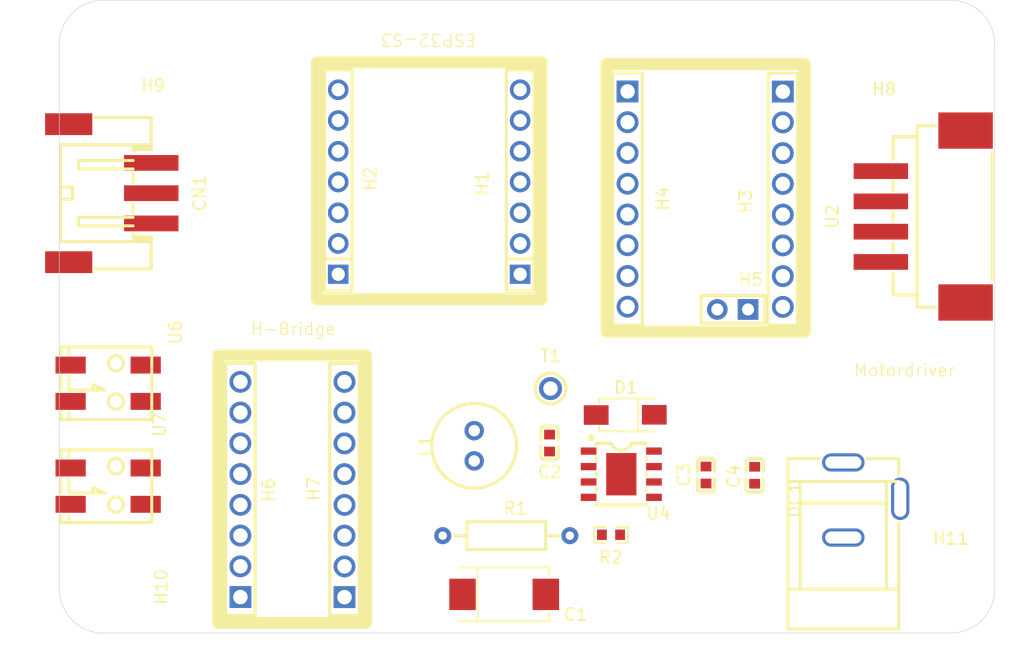
<source format=kicad_pcb>
(kicad_pcb (version 20240108) (generator "pcbnew") (generator_version "8.0")
  (layers (0 "F.Cu" signal) (31 "B.Cu" signal) (34 "B.Paste" user) (35 "F.Paste" user) (36 "B.SilkS" user "B.Silkscreen") (37 "F.SilkS" user "F.Silkscreen") (38 "B.Mask" user) (39 "F.Mask" user) (44 "Edge.Cuts" user))
  (net 0 "")
  (net 1 "GND")
  (net 2 "+30V")
  (net 3 "+5V")
  (net 4 "Net-(CN1-Pad4)")
  (net 5 "/ESP32S3")
  (net 6 "/Header OUT4")
  (net 7 "/Header OUT3")
  (net 8 "/ENA")
  (net 9 "/Header")
  (net 10 "/IN1")
  (net 11 "/Trigger")
  (net 12 "/STEP")
  (net 13 "/DIR")
  (net 14 "/DIAG")
  (net 15 "/ESP1")
  (net 16 "/5ESP")
  (net 17 "/6ESP")
  (net 22 "Net-(H3-Pad4)")
  (net 23 "Net-(H3-Pad3)")
  (net 24 "Net-(H3-Pad5)")
  (net 25 "Net-(H3-Pad6)")
  (net 41 "Net-(R1-Pad2)")
  (net 42 "Net-(U2-Pad5)")
  (net 45 "/Signal")
  (net 46 "/Boot")
  (footprint "Power Inductor:IND-TH_BD7.0-P2.50-D0.7" (layer "F.Cu") (at 100.635 98.265 90)
    (property "Reference" "L1" (at 0 -4 90) (layer "F.SilkS"))
    (property "Value" "22uH")
    (fp_circle (center 0 0) (end 3.5 0) (stroke (width 0.25)) (fill none) (layer "F.SilkS"))
    (pad "1" thru_hole circle (at -1.25 0 90) (size 1.6 1.6) (drill 0.950011) (layers "*.Cu" "*.Mask") (net 3 "+5V"))
    (pad "2" thru_hole circle (at 1.25 0 90) (size 1.6 1.6) (drill 0.950011) (layers "*.Cu" "*.Mask") (net 46 "/Boot"))
  )
  (footprint "MountingHole:MountingHole_3.2mm_M3" (layer "F.Cu") (at 140 110.12)
    (property "Reference" "H11" (at 0 -4.2 0) (layer "F.SilkS"))
    (property "Value" "MountingHole")
    (pad "" np_thru_hole circle (at 0 0) (size 3.2 3.2) (drill 3.2) (layers "*.Cu" "*.Mask"))
  )
  (footprint "Diode:SMA_L4.3-W2.6-LS5.0-RD" (layer "F.Cu") (at 113.11 95.715 180)
    (property "Reference" "D1" (at -0.05 2.275 0) (layer "F.SilkS"))
    (property "Value" "B340A_C3018525")
    (fp_line (start 2.16 1.36) (end 2.16 1.01) (stroke (width 0.15)) (layer "F.SilkS"))
    (fp_line (start 2.16 -1.27) (end 2.16 -0.92) (stroke (width 0.15)) (layer "F.SilkS"))
    (fp_line (start -1.08 -1.36) (end -1.08 1.36) (stroke (width 0.15)) (layer "F.SilkS"))
    (fp_line (start -2.5 1.36) (end 2.16 1.36) (stroke (width 0.15)) (layer "F.SilkS"))
    (fp_line (start -2.53 -1.36) (end 2.16 -1.35) (stroke (width 0.15)) (layer "F.SilkS"))
    (pad "1" smd rect (at -2.4 0.01 180) (size 2.05 1.62) (layers "F.Cu" "F.Paste" "F.Mask") (net 46 "/Boot"))
    (pad "2" smd rect (at 2.4 -0.01) (size 2.05 1.62) (layers "F.Cu" "F.Paste" "F.Mask") (net 1 "GND"))
  )
  (footprint "220u polarized capacitor:CAP-SMD_L7.3-W4.3-FD" (layer "F.Cu") (at 103.11 110.54)
    (property "Reference" "C1" (at 5.91 1.67 0) (layer "F.SilkS"))
    (property "Value" "220uF")
    (fp_line (start -3.73 -2.23) (end 3.73 -2.23) (stroke (width 0.15)) (layer "F.SilkS"))
    (fp_line (start -3.73 2.23) (end 3.73 2.23) (stroke (width 0.15)) (layer "F.SilkS"))
    (fp_line (start -2.2 -2.23) (end -2.2 2.23) (stroke (width 0.15)) (layer "F.SilkS"))
    (fp_line (start 3.73 -2.23) (end 3.73 -1.5) (stroke (width 0.15)) (layer "F.SilkS"))
    (fp_line (start 3.73 2.23) (end 3.73 1.5) (stroke (width 0.15)) (layer "F.SilkS"))
    (pad "1" smd rect (at -3.44 0 180) (size 2.19 2.59) (layers "F.Cu" "F.Paste" "F.Mask") (net 3 "+5V"))
    (pad "2" smd rect (at 3.44 0 180) (size 2.19 2.59) (layers "F.Cu" "F.Paste" "F.Mask") (net 1 "GND"))
  )
  (footprint "8 pin straight:HDR-TH_8P-P2.54-V-F-1" (layer "F.Cu") (at 126.1265 77.903 -90)
    (property "Reference" "H3" (at 0.165 3.075 90) (layer "F.SilkS"))
    (property "Value" "Header-Female-2.54_1x8")
    (fp_line (start -10.41 1.22) (end -10.41 -1.22) (stroke (width 0.25)) (layer "F.SilkS"))
    (fp_line (start 10.41 1.22) (end -10.41 1.22) (stroke (width 0.25)) (layer "F.SilkS"))
    (fp_line (start -10.41 -1.22) (end 10.41 -1.22) (stroke (width 0.25)) (layer "F.SilkS"))
    (fp_line (start 10.41 -1.22) (end 10.41 1.22) (stroke (width 0.25)) (layer "F.SilkS"))
    (pad "1" thru_hole rect (at -8.89 0 270) (size 1.8 1.8) (drill 1.199998) (layers "*.Cu" "*.Mask") (net 1 "GND"))
    (pad "2" thru_hole circle (at -6.35 0 270) (size 1.8 1.8) (drill 1.199998) (layers "*.Cu" "*.Mask") (net 3 "+5V"))
    (pad "3" thru_hole circle (at -3.81 0 270) (size 1.8 1.8) (drill 1.199998) (layers "*.Cu" "*.Mask") (net 23 "Net-(H3-Pad3)"))
    (pad "4" thru_hole circle (at -1.27 0 270) (size 1.8 1.8) (drill 1.199998) (layers "*.Cu" "*.Mask") (net 22 "Net-(H3-Pad4)"))
    (pad "5" thru_hole circle (at 1.27 0 270) (size 1.8 1.8) (drill 1.199998) (layers "*.Cu" "*.Mask") (net 24 "Net-(H3-Pad5)"))
    (pad "6" thru_hole circle (at 3.81 0 270) (size 1.8 1.8) (drill 1.199998) (layers "*.Cu" "*.Mask") (net 25 "Net-(H3-Pad6)"))
    (pad "7" thru_hole circle (at 6.35 0 270) (size 1.8 1.8) (drill 1.199998) (layers "*.Cu" "*.Mask") (net 1 "GND"))
    (pad "8" thru_hole circle (at 8.89 0 270) (size 1.8 1.8) (drill 1.199998) (layers "*.Cu" "*.Mask") (net 3 "+5V"))
  )
  (footprint "3.24kO SM Resistor:R0603" (layer "F.Cu") (at 111.935 105.615)
    (property "Reference" "R2" (at -0.025 1.855 0) (layer "F.SilkS"))
    (property "Value" "3.24kΩ")
    (fp_line (start -1.39 -0.66) (end -0.43 -0.66) (stroke (width 0.15)) (layer "F.SilkS"))
    (fp_line (start -1.39 0.66) (end -1.39 -0.66) (stroke (width 0.15)) (layer "F.SilkS"))
    (fp_line (start -0.43 0.66) (end -1.39 0.66) (stroke (width 0.15)) (layer "F.SilkS"))
    (fp_line (start 0.43 0.66) (end 1.39 0.66) (stroke (width 0.15)) (layer "F.SilkS"))
    (fp_line (start 1.39 -0.66) (end 0.43 -0.66) (stroke (width 0.15)) (layer "F.SilkS"))
    (fp_line (start 1.39 0.66) (end 1.39 -0.66) (stroke (width 0.15)) (layer "F.SilkS"))
    (pad "1" smd rect (at -0.75 0) (size 0.81 0.86) (layers "F.Cu" "F.Paste" "F.Mask") (net 41 "Net-(R1-Pad2)"))
    (pad "2" smd rect (at 0.75 0) (size 0.81 0.86) (layers "F.Cu" "F.Paste" "F.Mask") (net 1 "GND"))
  )
  (footprint "Terminal_block:CONN-SMD_2059-302" (layer "F.Cu") (at 70.4 101.6)
    (property "Reference" "U7" (at 4.25 -5.075 -90) (layer "F.SilkS"))
    (property "Value" "TB Piezo")
    (fp_line (start -3.9 -3) (end -3.9 -2.43) (stroke (width 0.25)) (layer "F.SilkS"))
    (fp_line (start -3.9 -3) (end -3.24 -3) (stroke (width 0.25)) (layer "F.SilkS"))
    (fp_line (start -3.9 -0.57) (end -3.9 0.57) (stroke (width 0.25)) (layer "F.SilkS"))
    (fp_line (start -3.9 2.43) (end -3.9 3) (stroke (width 0.25)) (layer "F.SilkS"))
    (fp_line (start -3.24 -3) (end -3.24 -2.43) (stroke (width 0.25)) (layer "F.SilkS"))
    (fp_line (start -3.24 -3) (end 3.6 -3) (stroke (width 0.25)) (layer "F.SilkS"))
    (fp_line (start -3.24 -0.57) (end -3.24 0.57) (stroke (width 0.25)) (layer "F.SilkS"))
    (fp_line (start -3.24 0.57) (end -0.26 0.57) (stroke (width 0.25)) (layer "F.SilkS"))
    (fp_line (start -3.24 2.43) (end -3.24 3) (stroke (width 0.25)) (layer "F.SilkS"))
    (fp_line (start -1.27 0.13) (end -1.27 0.51) (stroke (width 0.25)) (layer "F.SilkS"))
    (fp_line (start -0.26 0.57) (end -1.27 0.13) (stroke (width 0.25)) (layer "F.SilkS"))
    (fp_line (start 3.6 -3) (end 3.6 3) (stroke (width 0.25)) (layer "F.SilkS"))
    (fp_line (start 3.6 3) (end -3.9 3) (stroke (width 0.25)) (layer "F.SilkS"))
    (fp_circle (center 0.64 -1.65) (end 1.27 -1.65) (stroke (width 0.25)) (fill none) (layer "F.SilkS"))
    (fp_circle (center 0.64 1.52) (end 1.27 1.52) (stroke (width 0.25)) (fill none) (layer "F.SilkS"))
    (pad "1" smd rect (at -3.1 -1.5 90) (size 1.4 2.5) (layers "F.Cu" "F.Paste" "F.Mask") (net 6 "/Header OUT4"))
    (pad "1" smd rect (at 3.1 -1.5 90) (size 1.4 2.5) (layers "F.Cu" "F.Paste" "F.Mask") (net 6 "/Header OUT4"))
    (pad "2" smd rect (at -3.1 1.5 90) (size 1.4 2.5) (layers "F.Cu" "F.Paste" "F.Mask") (net 7 "/Header OUT3"))
    (pad "2" smd rect (at 3.1 1.5 90) (size 1.4 2.5) (layers "F.Cu" "F.Paste" "F.Mask") (net 7 "/Header OUT3"))
  )
  (footprint "MountingHole:MountingHole_3.2mm_M3" (layer "F.Cu") (at 70 65.12)
    (property "Reference" "H9" (at 4.1 3.38 0) (layer "F.SilkS"))
    (property "Value" "MountingHole")
    (pad "" np_thru_hole circle (at 0 0) (size 3.2 3.2) (drill 3.2) (layers "*.Cu" "*.Mask"))
  )
  (footprint "2 pin straight:HDR-TH_2P-P2.54-V-F" (layer "F.Cu") (at 121.985 87.005 180)
    (property "Reference" "H5" (at -1.5 2.45 0) (layer "F.SilkS"))
    (property "Value" "Header-Female-2.54_1x2")
    (fp_line (start 2.6 -1.13) (end 2.6 1.15) (stroke (width 0.25)) (layer "F.SilkS"))
    (fp_line (start -2.605 1.15) (end 2.6 1.15) (stroke (width 0.25)) (layer "F.SilkS"))
    (fp_line (start -2.605 -1.14) (end 2.6 -1.14) (stroke (width 0.25)) (layer "F.SilkS"))
    (fp_line (start -2.65 -1.13) (end -2.65 1.15) (stroke (width 0.25)) (layer "F.SilkS"))
    (pad "1" thru_hole rect (at -1.27 0 180) (size 1.7 1.7) (drill 0.999998) (layers "*.Cu" "*.Mask") (net 15 "/ESP1"))
    (pad "2" thru_hole circle (at 1.27 0 180) (size 1.7 1.7) (drill 0.999998) (layers "*.Cu" "*.Mask"))
  )
  (footprint "8 pin straight:HDR-TH_8P-P2.54-V-F-1" (layer "F.Cu") (at 89.921 101.877 90)
    (property "Reference" "H7" (at 0.055 -2.556 90) (layer "F.SilkS"))
    (property "Value" "Header-Female-2.54_1x8")
    (fp_line (start 10.41 -1.22) (end 10.41 1.22) (stroke (width 0.25)) (layer "F.SilkS"))
    (fp_line (start -10.41 -1.22) (end 10.41 -1.22) (stroke (width 0.25)) (layer "F.SilkS"))
    (fp_line (start 10.41 1.22) (end -10.41 1.22) (stroke (width 0.25)) (layer "F.SilkS"))
    (fp_line (start -10.41 1.22) (end -10.41 -1.22) (stroke (width 0.25)) (layer "F.SilkS"))
    (pad "1" thru_hole rect (at -8.89 0 90) (size 1.8 1.8) (drill 1.199998) (layers "*.Cu" "*.Mask"))
    (pad "2" thru_hole circle (at -6.35 0 90) (size 1.8 1.8) (drill 1.199998) (layers "*.Cu" "*.Mask"))
    (pad "3" thru_hole circle (at -3.81 0 90) (size 1.8 1.8) (drill 1.199998) (layers "*.Cu" "*.Mask"))
    (pad "4" thru_hole circle (at -1.27 0 90) (size 1.8 1.8) (drill 1.199998) (layers "*.Cu" "*.Mask") (net 1 "GND"))
    (pad "5" thru_hole circle (at 1.27 0 90) (size 1.8 1.8) (drill 1.199998) (layers "*.Cu" "*.Mask") (net 1 "GND"))
    (pad "6" thru_hole circle (at 3.81 0 90) (size 1.8 1.8) (drill 1.199998) (layers "*.Cu" "*.Mask"))
    (pad "7" thru_hole circle (at 6.35 0 90) (size 1.8 1.8) (drill 1.199998) (layers "*.Cu" "*.Mask"))
    (pad "8" thru_hole circle (at 8.89 0 90) (size 1.8 1.8) (drill 1.199998) (layers "*.Cu" "*.Mask") (net 2 "+30V"))
  )
  (footprint "10nF Capacitors:C0603" (layer "F.Cu") (at 106.86 98.04 -90)
    (property "Reference" "C2" (at 2.385 0.005 180) (layer "F.SilkS"))
    (property "Value" "10nF")
    (fp_line (start 0.28 0.71) (end 1.08 0.71) (stroke (width 0.25)) (layer "F.SilkS"))
    (fp_line (start -0.3 0.7) (end -1.1 0.7) (stroke (width 0.25)) (layer "F.SilkS"))
    (fp_line (start 1.39 -0.4) (end 1.39 0.4) (stroke (width 0.25)) (layer "F.SilkS"))
    (fp_line (start -1.41 -0.41) (end -1.41 0.39) (stroke (width 0.25)) (layer "F.SilkS"))
    (fp_line (start 0.28 -0.71) (end 1.08 -0.71) (stroke (width 0.25)) (layer "F.SilkS"))
    (fp_line (start -0.3 -0.72) (end -1.1 -0.72) (stroke (width 0.25)) (layer "F.SilkS"))
    (fp_arc (start -1.1 0.7) (mid -1.319203 0.609203) (end -1.41 0.39) (stroke (width 0.25)) (layer "F.SilkS"))
    (fp_arc (start 1.39 0.4) (mid 1.299203 0.619203) (end 1.08 0.71) (stroke (width 0.25)) (layer "F.SilkS"))
    (fp_arc (start -1.41 -0.41) (mid -1.319203 -0.629203) (end -1.1 -0.72) (stroke (width 0.25)) (layer "F.SilkS"))
    (fp_arc (start 1.08 -0.71) (mid 1.299203 -0.619203) (end 1.39 -0.4) (stroke (width 0.25)) (layer "F.SilkS"))
    (pad "1" smd rect (at -0.7 0 270) (size 0.8 0.9) (layers "F.Cu" "F.Paste" "F.Mask") (net 46 "/Boot"))
    (pad "2" smd rect (at 0.7 0 270) (size 0.8 0.9) (layers "F.Cu" "F.Paste" "F.Mask") (net 46 "/Boot"))
  )
  (footprint "8 pin straight:HDR-TH_8P-P2.54-V-F-1" (layer "F.Cu") (at 81.321 101.872 90)
    (property "Reference" "H6" (at -0.05 2.319 90) (layer "F.SilkS"))
    (property "Value" "Header-Female-2.54_1x8")
    (fp_line (start 10.41 -1.22) (end 10.41 1.22) (stroke (width 0.25)) (layer "F.SilkS"))
    (fp_line (start -10.41 -1.22) (end 10.41 -1.22) (stroke (width 0.25)) (layer "F.SilkS"))
    (fp_line (start 10.41 1.22) (end -10.41 1.22) (stroke (width 0.25)) (layer "F.SilkS"))
    (fp_line (start -10.41 1.22) (end -10.41 -1.22) (stroke (width 0.25)) (layer "F.SilkS"))
    (pad "1" thru_hole rect (at -8.89 0 90) (size 1.8 1.8) (drill 1.199998) (layers "*.Cu" "*.Mask") (net 3 "+5V"))
    (pad "2" thru_hole circle (at -6.35 0 90) (size 1.8 1.8) (drill 1.199998) (layers "*.Cu" "*.Mask"))
    (pad "3" thru_hole circle (at -3.81 0 90) (size 1.8 1.8) (drill 1.199998) (layers "*.Cu" "*.Mask"))
    (pad "4" thru_hole circle (at -1.27 0 90) (size 1.8 1.8) (drill 1.199998) (layers "*.Cu" "*.Mask") (net 1 "GND"))
    (pad "5" thru_hole circle (at 1.27 0 90) (size 1.8 1.8) (drill 1.199998) (layers "*.Cu" "*.Mask") (net 1 "GND"))
    (pad "6" thru_hole circle (at 3.81 0 90) (size 1.8 1.8) (drill 1.199998) (layers "*.Cu" "*.Mask"))
    (pad "7" thru_hole circle (at 6.35 0 90) (size 1.8 1.8) (drill 1.199998) (layers "*.Cu" "*.Mask"))
    (pad "8" thru_hole circle (at 8.89 0 90) (size 1.8 1.8) (drill 1.199998) (layers "*.Cu" "*.Mask"))
  )
  (footprint "MountingHole:MountingHole_3.2mm_M3" (layer "F.Cu") (at 140 65.12)
    (property "Reference" "H8" (at -5.5 3.68 0) (layer "F.SilkS"))
    (property "Value" "MountingHole")
    (pad "" np_thru_hole circle (at 0 0) (size 3.2 3.2) (drill 3.2) (layers "*.Cu" "*.Mask"))
  )
  (footprint "MountingHole:MountingHole_3.2mm_M3" (layer "F.Cu") (at 70 110.12)
    (property "Reference" "H10" (at 4.775 -0.2 90) (layer "F.SilkS"))
    (property "Value" "MountingHole")
    (pad "" np_thru_hole circle (at 0 0) (size 3.2 3.2) (drill 3.2) (layers "*.Cu" "*.Mask"))
  )
  (footprint "7 pin straight:HDR-TH_7P-P2.54-V-F" (layer "F.Cu") (at 104.429 76.478 90)
    (property "Reference" "H1" (at -0.12 -3.13 90) (layer "F.SilkS"))
    (property "Value" "PM254V-11-07-H85")
    (fp_line (start 9.25 -1.14) (end 9.25 1.14) (stroke (width 0.25)) (layer "F.SilkS"))
    (fp_line (start -6.35 -1.14) (end -6.35 1.14) (stroke (width 0.25)) (layer "F.SilkS"))
    (fp_line (start -9 -1.14) (end 9.2175 -1.14) (stroke (width 0.25)) (layer "F.SilkS"))
    (fp_line (start -9 -1.14) (end -9 1.14) (stroke (width 0.25)) (layer "F.SilkS"))
    (fp_line (start -9 1.14) (end 9.2175 1.14) (stroke (width 0.25)) (layer "F.SilkS"))
    (pad "1" thru_hole rect (at -7.62 0 90) (size 1.57 1.7) (drill 1.100023) (layers "*.Cu" "*.Mask") (net 14 "/DIAG"))
    (pad "2" thru_hole circle (at -5.08 0 90) (size 1.7 1.7) (drill 1.100023) (layers "*.Cu" "*.Mask") (net 12 "/STEP"))
    (pad "3" thru_hole circle (at -2.54 0 90) (size 1.7 1.7) (drill 1.100023) (layers "*.Cu" "*.Mask") (net 13 "/DIR"))
    (pad "4" thru_hole circle (at 0 0 90) (size 1.7 1.7) (drill 1.100023) (layers "*.Cu" "*.Mask"))
    (pad "5" thru_hole circle (at 2.54 0 90) (size 1.7 1.7) (drill 1.100023) (layers "*.Cu" "*.Mask"))
    (pad "6" thru_hole circle (at 5.08 0 90) (size 1.7 1.7) (drill 1.100023) (layers "*.Cu" "*.Mask") (net 1 "GND"))
    (pad "7" thru_hole circle (at 7.62 0 90) (size 1.7 1.7) (drill 1.100023) (layers "*.Cu" "*.Mask") (net 3 "+5V"))
  )
  (footprint "4.7mu Capacitors:C0603" (layer "F.Cu") (at 119.78 100.68 90)
    (property "Reference" "C3" (at 0 -1.825 90) (layer "F.SilkS"))
    (property "Value" "4.7uF")
    (fp_line (start -0.3 -0.72) (end -1.1 -0.72) (stroke (width 0.25)) (layer "F.SilkS"))
    (fp_line (start 0.28 -0.71) (end 1.08 -0.71) (stroke (width 0.25)) (layer "F.SilkS"))
    (fp_line (start -1.41 -0.41) (end -1.41 0.39) (stroke (width 0.25)) (layer "F.SilkS"))
    (fp_line (start 1.39 -0.4) (end 1.39 0.4) (stroke (width 0.25)) (layer "F.SilkS"))
    (fp_line (start -0.3 0.7) (end -1.1 0.7) (stroke (width 0.25)) (layer "F.SilkS"))
    (fp_line (start 0.28 0.71) (end 1.08 0.71) (stroke (width 0.25)) (layer "F.SilkS"))
    (fp_arc (start 1.08 -0.71) (mid 1.299203 -0.619203) (end 1.39 -0.4) (stroke (width 0.25)) (layer "F.SilkS"))
    (fp_arc (start -1.41 -0.41) (mid -1.319203 -0.629203) (end -1.1 -0.72) (stroke (width 0.25)) (layer "F.SilkS"))
    (fp_arc (start 1.39 0.4) (mid 1.299203 0.619203) (end 1.08 0.71) (stroke (width 0.25)) (layer "F.SilkS"))
    (fp_arc (start -1.1 0.7) (mid -1.319203 0.609203) (end -1.41 0.39) (stroke (width 0.25)) (layer "F.SilkS"))
    (pad "1" smd rect (at -0.7 0 90) (size 0.8 0.9) (layers "F.Cu" "F.Paste" "F.Mask") (net 1 "GND"))
    (pad "2" smd rect (at 0.7 0 90) (size 0.8 0.9) (layers "F.Cu" "F.Paste" "F.Mask") (net 2 "+30V"))
  )
  (footprint "DC-DC Convertors:ESOP-8_L4.9-W3.9-P1.27-LS6.0-TL-EP" (layer "F.Cu") (at 112.785 100.615)
    (property "Reference" "U4" (at 3.075 3.225 0) (layer "F.SilkS"))
    (property "Value" "TPS5430DDAR")
    (fp_line (start -2.06 -2.55) (end -2.06 -2.44) (stroke (width 0.25)) (layer "F.SilkS"))
    (fp_line (start -2.06 -1.38) (end -2.06 -1.17) (stroke (width 0.25)) (layer "F.SilkS"))
    (fp_line (start -2.06 -0.11) (end -2.06 0.1) (stroke (width 0.25)) (layer "F.SilkS"))
    (fp_line (start -2.06 1.16) (end -2.06 1.37) (stroke (width 0.25)) (layer "F.SilkS"))
    (fp_line (start -2.06 2.43) (end -2.06 2.54) (stroke (width 0.25)) (layer "F.SilkS"))
    (fp_line (start -0.81 -2.55) (end -2.06 -2.55) (stroke (width 0.25)) (layer "F.SilkS"))
    (fp_line (start 0.8 -2.55) (end 2.05 -2.55) (stroke (width 0.25)) (layer "F.SilkS"))
    (fp_line (start 2.05 -2.55) (end 2.05 -2.44) (stroke (width 0.25)) (layer "F.SilkS"))
    (fp_line (start 2.05 -1.38) (end 2.05 -1.17) (stroke (width 0.25)) (layer "F.SilkS"))
    (fp_line (start 2.05 -0.11) (end 2.05 0.1) (stroke (width 0.25)) (layer "F.SilkS"))
    (fp_line (start 2.05 1.16) (end 2.05 1.37) (stroke (width 0.25)) (layer "F.SilkS"))
    (fp_line (start 2.05 2.43) (end 2.05 2.54) (stroke (width 0.25)) (layer "F.SilkS"))
    (fp_line (start 2.05 2.54) (end -2.06 2.54) (stroke (width 0.25)) (layer "F.SilkS"))
    (fp_arc (start 0.804328 -2.487155) (mid -0.007021 -1.967645) (end -0.81 -2.5) (stroke (width 0.25)) (layer "F.SilkS"))
    (fp_circle (center -2.5 -3.03) (end -2.33 -3.03) (stroke (width 0.25)) (fill none) (layer "F.SilkS"))
    (pad "1" smd rect (at -2.7 -1.91) (size 1.3 0.6) (layers "F.Cu" "F.Paste" "F.Mask") (net 46 "/Boot"))
    (pad "2" smd rect (at -2.7 -0.63) (size 1.3 0.6) (layers "F.Cu" "F.Paste" "F.Mask"))
    (pad "3" smd rect (at -2.7 0.64) (size 1.3 0.6) (layers "F.Cu" "F.Paste" "F.Mask"))
    (pad "4" smd rect (at -2.7 1.91) (size 1.3 0.6) (layers "F.Cu" "F.Paste" "F.Mask") (net 1 "GND"))
    (pad "5" smd rect (at 2.7 1.91) (size 1.3 0.6) (layers "F.Cu" "F.Paste" "F.Mask") (net 8 "/ENA"))
    (pad "6" smd rect (at 2.7 0.64) (size 1.3 0.6) (layers "F.Cu" "F.Paste" "F.Mask") (net 1 "GND"))
    (pad "7" smd rect (at 2.7 -0.63) (size 1.3 0.6) (layers "F.Cu" "F.Paste" "F.Mask") (net 2 "+30V"))
    (pad "8" smd rect (at 2.7 -1.91) (size 1.3 0.6) (layers "F.Cu" "F.Paste" "F.Mask") (net 46 "/Boot"))
    (pad "9" smd rect (at 0 0) (size 2.5 3.5) (layers "F.Cu" "F.Paste" "F.Mask") (net 1 "GND"))
  )
  (footprint "8 pin straight:HDR-TH_8P-P2.54-V-F-1" (layer "F.Cu") (at 113.3015 77.888 -90)
    (property "Reference" "H4" (at -0.045 -2.9 90) (layer "F.SilkS"))
    (property "Value" "Header-Female-2.54_1x8")
    (fp_line (start -10.41 1.22) (end -10.41 -1.22) (stroke (width 0.25)) (layer "F.SilkS"))
    (fp_line (start 10.41 1.22) (end -10.41 1.22) (stroke (width 0.25)) (layer "F.SilkS"))
    (fp_line (start -10.41 -1.22) (end 10.41 -1.22) (stroke (width 0.25)) (layer "F.SilkS"))
    (fp_line (start 10.41 -1.22) (end 10.41 1.22) (stroke (width 0.25)) (layer "F.SilkS"))
    (pad "1" thru_hole rect (at -8.89 0 270) (size 1.8 1.8) (drill 1.199998) (layers "*.Cu" "*.Mask") (net 16 "/5ESP"))
    (pad "2" thru_hole circle (at -6.35 0 270) (size 1.8 1.8) (drill 1.199998) (layers "*.Cu" "*.Mask") (net 17 "/6ESP"))
    (pad "3" thru_hole circle (at -3.81 0 270) (size 1.8 1.8) (drill 1.199998) (layers "*.Cu" "*.Mask"))
    (pad "4" thru_hole circle (at -1.27 0 270) (size 1.8 1.8) (drill 1.199998) (layers "*.Cu" "*.Mask"))
    (pad "5" thru_hole circle (at 1.27 0 270) (size 1.8 1.8) (drill 1.199998) (layers "*.Cu" "*.Mask"))
    (pad "6" thru_hole circle (at 3.81 0 270) (size 1.8 1.8) (drill 1.199998) (layers "*.Cu" "*.Mask"))
    (pad "7" thru_hole circle (at 6.35 0 270) (size 1.8 1.8) (drill 1.199998) (layers "*.Cu" "*.Mask") (net 3 "+5V"))
    (pad "8" thru_hole circle (at 8.89 0 270) (size 1.8 1.8) (drill 1.199998) (layers "*.Cu" "*.Mask") (net 1 "GND"))
  )
  (footprint "test point:TEST-TH_BD2.54-P1.4_RED" (layer "F.Cu") (at 106.935 93.54)
    (property "Reference" "T1" (at 0.02115 -2.70155 0) (layer "F.SilkS"))
    (property "Value" "test_point")
    (fp_circle (center 0 0) (end 1.27 0) (stroke (width 0.25)) (fill none) (layer "F.SilkS"))
    (pad "1" thru_hole circle (at 0 0) (size 1.9 1.9) (drill 1.199998) (layers "*.Cu" "*.Mask") (net 46 "/Boot"))
  )
  (footprint "3 Pin JST:CONN-TH_S3B-XH-SM4-TB-LF-SN" (layer "F.Cu") (at 70.55 77.4 -90)
    (property "Reference" "CN1" (at 0 -7.41 90) (layer "F.SilkS"))
    (property "Value" "S3B-XH-SM4-TB (LF)(SN)")
    (fp_line (start -4 4.09) (end -4 -3.41) (stroke (width 0.25)) (layer "F.SilkS"))
    (fp_line (start -0.5 4.09) (end -0.5 3.09) (stroke (width 0.25)) (layer "F.SilkS"))
    (fp_line (start 4 4.09) (end -4 4.09) (stroke (width 0.25)) (layer "F.SilkS"))
    (fp_line (start -0.5 3.09) (end 0.5 3.09) (stroke (width 0.25)) (layer "F.SilkS"))
    (fp_line (start 0.5 3.09) (end 0.5 4.09) (stroke (width 0.25)) (layer "F.SilkS"))
    (fp_line (start -2.7 2.59) (end -2.7 -1.91) (stroke (width 0.25)) (layer "F.SilkS"))
    (fp_line (start -2 2.59) (end -2.7 2.59) (stroke (width 0.25)) (layer "F.SilkS"))
    (fp_line (start 2 2.59) (end 2.7 2.59) (stroke (width 0.25)) (layer "F.SilkS"))
    (fp_line (start 2.7 2.59) (end 2.7 -1.91) (stroke (width 0.25)) (layer "F.SilkS"))
    (fp_line (start -6.25 1.25) (end -6.25 -3.41) (stroke (width 0.25)) (layer "F.SilkS"))
    (fp_line (start 6.25 1.25) (end 6.25 -3.41) (stroke (width 0.25)) (layer "F.SilkS"))
    (fp_line (start -3.6 -1.91) (end -3.38 -1.91) (stroke (width 0.25)) (layer "F.SilkS"))
    (fp_line (start -2 -1.91) (end -2 2.59) (stroke (width 0.25)) (layer "F.SilkS"))
    (fp_line (start -1.62 -1.91) (end -0.88 -1.91) (stroke (width 0.25)) (layer "F.SilkS"))
    (fp_line (start 0.88 -1.91) (end 1.62 -1.91) (stroke (width 0.25)) (layer "F.SilkS"))
    (fp_line (start 2 -1.91) (end 2 2.59) (stroke (width 0.25)) (layer "F.SilkS"))
    (fp_line (start 3.38 -1.91) (end 3.6 -1.91) (stroke (width 0.25)) (layer "F.SilkS"))
    (fp_line (start 3.6 -1.91) (end 3.6 -3.41) (stroke (width 0.25)) (layer "F.SilkS"))
    (fp_line (start 3.8 -1.91) (end 3.8 -3.41) (stroke (width 0.25)) (layer "F.SilkS"))
    (fp_line (start -6.25 -3.41) (end -3.75 -3.41) (stroke (width 0.25)) (layer "F.SilkS"))
    (fp_line (start -4 -3.41) (end -3.6 -3.41) (stroke (width 0.25)) (layer "F.SilkS"))
    (fp_line (start -3.8 -3.41) (end -3.8 -1.91) (stroke (width 0.25)) (layer "F.SilkS"))
    (fp_line (start -3.6 -3.41) (end -3.6 -1.91) (stroke (width 0.25)) (layer "F.SilkS"))
    (fp_line (start 3.6 -3.41) (end 4 -3.41) (stroke (width 0.25)) (layer "F.SilkS"))
    (fp_line (start 4 -3.41) (end 4 4.09) (stroke (width 0.25)) (layer "F.SilkS"))
    (fp_line (start 6.25 -3.41) (end 3.75 -3.41) (stroke (width 0.25)) (layer "F.SilkS"))
    (pad "1" smd rect (at -2.5 -3.41 270) (size 1.3 4.5) (layers "F.Cu" "F.Paste" "F.Mask") (net 45 "/Signal"))
    (pad "2" smd rect (at 0 -3.41 270) (size 1.3 4.5) (layers "F.Cu" "F.Paste" "F.Mask") (net 1 "GND"))
    (pad "3" smd rect (at 2.5 -3.41 270) (size 1.3 4.5) (layers "F.Cu" "F.Paste" "F.Mask") (net 2 "+30V"))
    (pad "4" smd rect (at -5.7 3.41 270) (size 1.8 3.9) (layers "F.Cu" "F.Paste" "F.Mask") (net 4 "Net-(CN1-Pad4)"))
    (pad "5" smd rect (at 5.7 3.41 270) (size 1.8 3.9) (layers "F.Cu" "F.Paste" "F.Mask") (net 4 "Net-(CN1-Pad4)"))
  )
  (footprint "Power:DC-IN-TH_DC-470-2.1GP" (layer "F.Cu") (at 133.4725 102.7425 90)
    (property "Reference" "DC1" (at 0 -6.35 90) (layer "F.SilkS"))
    (property "Value" "Barrel Jack")
    (fp_line (start 3.38 -6.92) (end 3.42 -6.88) (stroke (width 0.25)) (layer "F.SilkS"))
    (fp_line (start 1.53 -6.92) (end 1.53 2.22) (stroke (width 0.25)) (layer "F.SilkS"))
    (fp_line (start -7.36 -6.92) (end 3.38 -6.92) (stroke (width 0.25)) (layer "F.SilkS"))
    (fp_line (start -7.36 -6.92) (end -10.64 -6.92) (stroke (width 0.25)) (layer "F.SilkS"))
    (fp_line (start -7.36 -6.92) (end -7.36 2.22) (stroke (width 0.25)) (layer "F.SilkS"))
    (fp_line (start -10.64 -6.92) (end -10.64 2.19) (stroke (width 0.25)) (layer "F.SilkS"))
    (fp_line (start 3.42 -6.88) (end 3.42 -4.28) (stroke (width 0.25)) (layer "F.SilkS"))
    (fp_line (start -0.25 -5.91) (end -0.25 1.21) (stroke (width 0.25)) (layer "F.SilkS"))
    (fp_line (start -7.36 -5.91) (end 1.53 -5.91) (stroke (width 0.25)) (layer "F.SilkS"))
    (fp_line (start -7.36 1.21) (end 1.53 1.21) (stroke (width 0.25)) (layer "F.SilkS"))
    (fp_line (start -10.64 2.19) (end -10.61 2.22) (stroke (width 0.25)) (layer "F.SilkS"))
    (fp_line (start 3.42 2.22) (end 3.42 -0.42) (stroke (width 0.25)) (layer "F.SilkS"))
    (fp_line (start 2.07 2.22) (end 3.42 2.22) (stroke (width 0.25)) (layer "F.SilkS"))
    (fp_line (start -7.36 2.22) (end -1.87 2.22) (stroke (width 0.25)) (layer "F.SilkS"))
    (fp_line (start -10.61 2.22) (end -7.36 2.22) (stroke (width 0.25)) (layer "F.SilkS"))
    (pad "1" thru_hole oval (at 3.1 -2.35 90) (size 1.5 3.5) (drill oval 0.999998 2.999994) (layers "*.Cu" "*.Mask") (net 2 "+30V"))
    (pad "2" thru_hole oval (at -3.1 -2.35 90) (size 1.5 3.5) (drill oval 0.999998 2.999994) (layers "*.Cu" "*.Mask") (net 1 "GND"))
    (pad "3" thru_hole oval (at 0.1 2.35 90) (size 3.5 1.5) (drill oval 2.999994 0.999998) (layers "*.Cu" "*.Mask") (net 1 "GND"))
  )
  (footprint "10kO resistor:RES-TH_BD2.3-L6.5-P10.50-D0.5" (layer "F.Cu") (at 103.285 105.69)
    (property "Reference" "R1" (at 0.745 -2.265 0) (layer "F.SilkS"))
    (property "Value" "10KΩ")
    (fp_line (start -4.32 0) (end -3.25 0) (stroke (width 0.25)) (layer "F.SilkS"))
    (fp_line (start -3.25 -1.15) (end 3.25 -1.15) (stroke (width 0.25)) (layer "F.SilkS"))
    (fp_line (start -3.25 1.15) (end -3.25 -1.15) (stroke (width 0.25)) (layer "F.SilkS"))
    (fp_line (start 3.25 -1.12) (end 3.25 1.12) (stroke (width 0.25)) (layer "F.SilkS"))
    (fp_line (start 3.25 0) (end 4.32 0) (stroke (width 0.25)) (layer "F.SilkS"))
    (fp_line (start 3.25 1.15) (end -3.25 1.15) (stroke (width 0.25)) (layer "F.SilkS"))
    (pad "1" thru_hole circle (at -5.25 0) (size 1.4 1.4) (drill 0.700024) (layers "*.Cu" "*.Mask") (net 3 "+5V"))
    (pad "2" thru_hole circle (at 5.25 0) (size 1.4 1.4) (drill 0.700024) (layers "*.Cu" "*.Mask") (net 41 "Net-(R1-Pad2)"))
  )
  (footprint "4 Pin JST:CONN-SMD_S4B-XH-SM4-TB-LF-SN" (layer "F.Cu") (at 137.7225 79.33 90)
    (property "Reference" "U2" (at 0 -7.5 90) (layer "F.SilkS"))
    (property "Value" "motor_header")
    (fp_line (start 6.6 -2.48) (end 6.6 -0.5) (stroke (width 0.25)) (layer "F.SilkS"))
    (fp_line (start 4.69 -2.48) (end 6.6 -2.48) (stroke (width 0.25)) (layer "F.SilkS"))
    (fp_line (start 2.15 -2.48) (end 2.93 -2.48) (stroke (width 0.25)) (layer "F.SilkS"))
    (fp_line (start -0.39 -2.48) (end 0.39 -2.48) (stroke (width 0.25)) (layer "F.SilkS"))
    (fp_line (start -2.93 -2.48) (end -2.15 -2.48) (stroke (width 0.25)) (layer "F.SilkS"))
    (fp_line (start -6.48 -2.48) (end -4.69 -2.48) (stroke (width 0.25)) (layer "F.SilkS"))
    (fp_line (start 7.5 -0.5) (end -7.5 -0.5) (stroke (width 0.25)) (layer "F.SilkS"))
    (fp_line (start 7.5 -0.5) (end 7.5 1.02) (stroke (width 0.25)) (layer "F.SilkS"))
    (fp_line (start -6.48 -0.5) (end -6.48 -2.48) (stroke (width 0.25)) (layer "F.SilkS"))
    (fp_line (start -7.5 -0.5) (end -7.5 1.02) (stroke (width 0.25)) (layer "F.SilkS"))
    (fp_line (start -5.3 5.7) (end 5.3 5.7) (stroke (width 0.25)) (layer "F.SilkS"))
    (pad "1" smd rect (at -3.75 -3.5 90) (size 1.3 4.5) (layers "F.Cu" "F.Paste" "F.Mask") (net 25 "Net-(H3-Pad6)"))
    (pad "2" smd rect (at -1.25 -3.5 90) (size 1.3 4.5) (layers "F.Cu" "F.Paste" "F.Mask") (net 24 "Net-(H3-Pad5)"))
    (pad "3" smd rect (at 1.25 -3.5 90) (size 1.3 4.5) (layers "F.Cu" "F.Paste" "F.Mask") (net 22 "Net-(H3-Pad4)"))
    (pad "4" smd rect (at 3.75 -3.5 90) (size 1.3 4.5) (layers "F.Cu" "F.Paste" "F.Mask") (net 23 "Net-(H3-Pad3)"))
    (pad "5" smd rect (at 7.1 3.5 90) (size 3 4.5) (layers "F.Cu" "F.Paste" "F.Mask") (net 42 "Net-(U2-Pad5)"))
    (pad "6" smd rect (at -7.1 3.5 90) (size 3 4.5) (layers "F.Cu" "F.Paste" "F.Mask") (net 42 "Net-(U2-Pad5)"))
  )
  (footprint "7 pin straight:HDR-TH_7P-P2.54-V-F" (layer "F.Cu") (at 89.404 76.478 90)
    (property "Reference" "H2" (at 0.248 2.636 90) (layer "F.SilkS"))
    (property "Value" "PM254V-11-07-H85")
    (fp_line (start 9.25 -1.14) (end 9.25 1.14) (stroke (width 0.25)) (layer "F.SilkS"))
    (fp_line (start -6.35 -1.14) (end -6.35 1.14) (stroke (width 0.25)) (layer "F.SilkS"))
    (fp_line (start -9 -1.14) (end 9.2175 -1.14) (stroke (width 0.25)) (layer "F.SilkS"))
    (fp_line (start -9 -1.14) (end -9 1.14) (stroke (width 0.25)) (layer "F.SilkS"))
    (fp_line (start -9 1.14) (end 9.2175 1.14) (stroke (width 0.25)) (layer "F.SilkS"))
    (pad "1" thru_hole rect (at -7.62 0 90) (size 1.57 1.7) (drill 1.100023) (layers "*.Cu" "*.Mask"))
    (pad "2" thru_hole circle (at -5.08 0 90) (size 1.7 1.7) (drill 1.100023) (layers "*.Cu" "*.Mask") (net 11 "/Trigger"))
    (pad "3" thru_hole circle (at -2.54 0 90) (size 1.7 1.7) (drill 1.100023) (layers "*.Cu" "*.Mask") (net 9 "/Header"))
    (pad "4" thru_hole circle (at 0 0 90) (size 1.7 1.7) (drill 1.100023) (layers "*.Cu" "*.Mask") (net 9 "/Header"))
    (pad "5" thru_hole circle (at 2.54 0 90) (size 1.7 1.7) (drill 1.100023) (layers "*.Cu" "*.Mask") (net 45 "/Signal"))
    (pad "6" thru_hole circle (at 5.08 0 90) (size 1.7 1.7) (drill 1.100023) (layers "*.Cu" "*.Mask") (net 10 "/IN1"))
    (pad "7" thru_hole circle (at 7.62 0 90) (size 1.7 1.7) (drill 1.100023) (layers "*.Cu" "*.Mask"))
  )
  (footprint "4.7mu Capacitors:C0603" (layer "F.Cu") (at 123.8 100.7 90)
    (property "Reference" "C4" (at -0.1 -1.75 90) (layer "F.SilkS"))
    (property "Value" "4.7uF")
    (fp_line (start -0.3 -0.72) (end -1.1 -0.72) (stroke (width 0.25)) (layer "F.SilkS"))
    (fp_line (start 0.28 -0.71) (end 1.08 -0.71) (stroke (width 0.25)) (layer "F.SilkS"))
    (fp_line (start -1.41 -0.41) (end -1.41 0.39) (stroke (width 0.25)) (layer "F.SilkS"))
    (fp_line (start 1.39 -0.4) (end 1.39 0.4) (stroke (width 0.25)) (layer "F.SilkS"))
    (fp_line (start -0.3 0.7) (end -1.1 0.7) (stroke (width 0.25)) (layer "F.SilkS"))
    (fp_line (start 0.28 0.71) (end 1.08 0.71) (stroke (width 0.25)) (layer "F.SilkS"))
    (fp_arc (start 1.08 -0.71) (mid 1.299203 -0.619203) (end 1.39 -0.4) (stroke (width 0.25)) (layer "F.SilkS"))
    (fp_arc (start -1.41 -0.41) (mid -1.319203 -0.629203) (end -1.1 -0.72) (stroke (width 0.25)) (layer "F.SilkS"))
    (fp_arc (start 1.39 0.4) (mid 1.299203 0.619203) (end 1.08 0.71) (stroke (width 0.25)) (layer "F.SilkS"))
    (fp_arc (start -1.1 0.7) (mid -1.319203 0.609203) (end -1.41 0.39) (stroke (width 0.25)) (layer "F.SilkS"))
    (pad "1" smd rect (at -0.7 0 90) (size 0.8 0.9) (layers "F.Cu" "F.Paste" "F.Mask") (net 1 "GND"))
    (pad "2" smd rect (at 0.7 0 90) (size 0.8 0.9) (layers "F.Cu" "F.Paste" "F.Mask") (net 2 "+30V"))
  )
  (footprint "Terminal_block:CONN-SMD_2059-302" (layer "F.Cu") (at 70.4 93.1)
    (property "Reference" "U6" (at 5.55 -4.2 90) (layer "F.SilkS"))
    (property "Value" "Terminal Block Camera")
    (fp_line (start -3.9 -3) (end -3.9 -2.43) (stroke (width 0.25)) (layer "F.SilkS"))
    (fp_line (start -3.9 -3) (end -3.24 -3) (stroke (width 0.25)) (layer "F.SilkS"))
    (fp_line (start -3.9 -0.57) (end -3.9 0.57) (stroke (width 0.25)) (layer "F.SilkS"))
    (fp_line (start -3.9 2.43) (end -3.9 3) (stroke (width 0.25)) (layer "F.SilkS"))
    (fp_line (start -3.24 -3) (end -3.24 -2.43) (stroke (width 0.25)) (layer "F.SilkS"))
    (fp_line (start -3.24 -3) (end 3.6 -3) (stroke (width 0.25)) (layer "F.SilkS"))
    (fp_line (start -3.24 -0.57) (end -3.24 0.57) (stroke (width 0.25)) (layer "F.SilkS"))
    (fp_line (start -3.24 0.57) (end -0.26 0.57) (stroke (width 0.25)) (layer "F.SilkS"))
    (fp_line (start -3.24 2.43) (end -3.24 3) (stroke (width 0.25)) (layer "F.SilkS"))
    (fp_line (start -1.27 0.13) (end -1.27 0.51) (stroke (width 0.25)) (layer "F.SilkS"))
    (fp_line (start -0.26 0.57) (end -1.27 0.13) (stroke (width 0.25)) (layer "F.SilkS"))
    (fp_line (start 3.6 -3) (end 3.6 3) (stroke (width 0.25)) (layer "F.SilkS"))
    (fp_line (start 3.6 3) (end -3.9 3) (stroke (width 0.25)) (layer "F.SilkS"))
    (fp_circle (center 0.64 -1.65) (end 1.27 -1.65) (stroke (width 0.25)) (fill none) (layer "F.SilkS"))
    (fp_circle (center 0.64 1.52) (end 1.27 1.52) (stroke (width 0.25)) (fill none) (layer "F.SilkS"))
    (pad "1" smd rect (at -3.1 -1.5 90) (size 1.4 2.5) (layers "F.Cu" "F.Paste" "F.Mask") (net 1 "GND"))
    (pad "1" smd rect (at 3.1 -1.5 90) (size 1.4 2.5) (layers "F.Cu" "F.Paste" "F.Mask") (net 1 "GND"))
    (pad "2" smd rect (at -3.1 1.5 90) (size 1.4 2.5) (layers "F.Cu" "F.Paste" "F.Mask") (net 5 "/ESP32S3"))
    (pad "2" smd rect (at 3.1 1.5 90) (size 1.4 2.5) (layers "F.Cu" "F.Paste" "F.Mask") (net 5 "/ESP32S3"))
  )
  (gr_rect (start 79.5 90.802) (end 91.692 112.9) (stroke (width 1)) (fill none) (layer "F.SilkS"))
  (gr_rect (start 111.56 66.74) (end 127.943 88.838) (stroke (width 1)) (fill none) (layer "F.SilkS"))
  (gr_rect (start 87.658 66.6) (end 106.2 86.158) (stroke (width 1)) (fill none) (layer "F.SilkS"))
  (gr_arc (start 143.631116 110.12) (mid 142.553445 112.681729) (end 139.98 113.731116) (stroke (width 0.05)) (layer "Edge.Cuts"))
  (gr_arc (start 69.979929 113.731116) (mid 67.418246 112.65342) (end 66.368884 110.08) (stroke (width 0.05)) (layer "Edge.Cuts"))
  (gr_arc (start 66.368884 65.08) (mid 67.446555 62.518271) (end 70.02 61.468884) (stroke (width 0.05)) (layer "Edge.Cuts"))
  (gr_line (start 70.02 61.468884) (end 140.02 61.468884) (stroke (width 0.05)) (layer "Edge.Cuts"))
  (gr_arc (start 140.02 61.468884) (mid 142.581729 62.546555) (end 143.631116 65.12) (stroke (width 0.05)) (layer "Edge.Cuts"))
  (gr_line (start 66.368884 110.08) (end 66.368884 65.08) (stroke (width 0.05)) (layer "Edge.Cuts"))
  (gr_line (start 143.631116 65.12) (end 143.631116 110.12) (stroke (width 0.05)) (layer "Edge.Cuts"))
  (gr_line (start 69.979929 113.731116) (end 139.98 113.731116) (stroke (width 0.05)) (layer "Edge.Cuts"))
  (gr_text "Motordriver" (at 131.925 92.625 0) (layer "F.SilkS") (effects (font (size 1 1) (thickness 0.1)) (justify left bottom)))
  (gr_text "H-Bridge" (at 82.09 89.195 0) (layer "F.SilkS") (effects (font (size 1 1) (thickness 0.1)) (justify left bottom)))
  (gr_text "ESP32-S3" (at 100.859 64.158 180) (layer "F.SilkS") (effects (font (size 1 1) (thickness 0.1)) (justify left bottom)))
)
</source>
